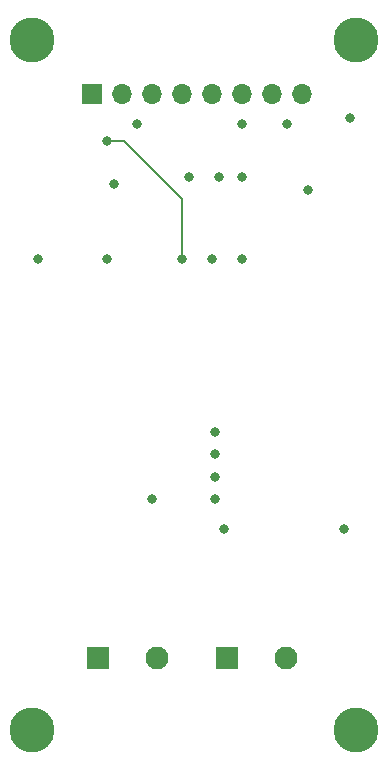
<source format=gbr>
%TF.GenerationSoftware,KiCad,Pcbnew,7.0.10-7.0.10~ubuntu22.04.1*%
%TF.CreationDate,2024-03-28T15:08:32-05:00*%
%TF.ProjectId,IIoT_Sensor,49496f54-5f53-4656-9e73-6f722e6b6963,1.0*%
%TF.SameCoordinates,Original*%
%TF.FileFunction,Copper,L4,Bot*%
%TF.FilePolarity,Positive*%
%FSLAX46Y46*%
G04 Gerber Fmt 4.6, Leading zero omitted, Abs format (unit mm)*
G04 Created by KiCad (PCBNEW 7.0.10-7.0.10~ubuntu22.04.1) date 2024-03-28 15:08:32*
%MOMM*%
%LPD*%
G01*
G04 APERTURE LIST*
%TA.AperFunction,ComponentPad*%
%ADD10C,3.800000*%
%TD*%
%TA.AperFunction,ComponentPad*%
%ADD11R,1.950000X1.950000*%
%TD*%
%TA.AperFunction,ComponentPad*%
%ADD12C,1.950000*%
%TD*%
%TA.AperFunction,ComponentPad*%
%ADD13R,1.700000X1.700000*%
%TD*%
%TA.AperFunction,ComponentPad*%
%ADD14O,1.700000X1.700000*%
%TD*%
%TA.AperFunction,ViaPad*%
%ADD15C,0.800000*%
%TD*%
%TA.AperFunction,Conductor*%
%ADD16C,0.200000*%
%TD*%
G04 APERTURE END LIST*
D10*
%TO.P,,1*%
%TO.N,N/C*%
X174752000Y-112268000D03*
%TD*%
D11*
%TO.P,J4,1,Pin_1*%
%TO.N,CHANNEL0*%
X163830000Y-106122500D03*
D12*
%TO.P,J4,2,Pin_2*%
%TO.N,HGND*%
X168830000Y-106122500D03*
%TD*%
D10*
%TO.P,,1*%
%TO.N,DGND*%
X174752000Y-53848000D03*
%TD*%
D11*
%TO.P,J5,1,Pin_1*%
%TO.N,CHANNEL1*%
X152948000Y-106122500D03*
D12*
%TO.P,J5,2,Pin_2*%
%TO.N,HGND*%
X157948000Y-106122500D03*
%TD*%
D10*
%TO.P,,1*%
%TO.N,N/C*%
X147320000Y-112268000D03*
%TD*%
%TO.P,REF\u002A\u002A,1*%
%TO.N,DGND*%
X147320000Y-53848000D03*
%TD*%
D13*
%TO.P,J1,1,Pin_1*%
%TO.N,DGND*%
X152400000Y-58420000D03*
D14*
%TO.P,J1,2,Pin_2*%
%TO.N,DIN*%
X154940000Y-58420000D03*
%TO.P,J1,3,Pin_3*%
%TO.N,~{CS_MCU}*%
X157480000Y-58420000D03*
%TO.P,J1,4,Pin_4*%
%TO.N,SCLK*%
X160020000Y-58420000D03*
%TO.P,J1,5,Pin_5*%
%TO.N,~{DRDY}*%
X162560000Y-58420000D03*
%TO.P,J1,6,Pin_6*%
%TO.N,DVDD*%
X165100000Y-58420000D03*
%TO.P,J1,7,Pin_7*%
%TO.N,DOUT*%
X167640000Y-58420000D03*
%TO.P,J1,8,Pin_8*%
%TO.N,~{SYNC}{slash}~{RESET}*%
X170180000Y-58420000D03*
%TD*%
D15*
%TO.N,DVDD*%
X165100000Y-72390000D03*
X168910000Y-60960000D03*
X163195000Y-65405000D03*
X147828000Y-72390000D03*
X160655000Y-65405000D03*
X170688000Y-66548000D03*
X156210000Y-60960000D03*
X165100000Y-60960000D03*
%TO.N,DGND*%
X154305000Y-66040000D03*
X165100000Y-65405000D03*
X162560000Y-72390000D03*
X153670000Y-72390000D03*
X174244000Y-60452000D03*
%TO.N,HGND*%
X162814000Y-92710000D03*
X162814000Y-86995000D03*
X173736000Y-95250000D03*
X162814000Y-90805000D03*
X157480000Y-92710000D03*
X163576000Y-95250000D03*
X162814000Y-88900000D03*
%TO.N,CLK*%
X153670000Y-62420363D03*
X160020000Y-72390000D03*
%TD*%
D16*
%TO.N,CLK*%
X155130363Y-62420363D02*
X160020000Y-67310000D01*
X153670000Y-62420363D02*
X155130363Y-62420363D01*
X160020000Y-67310000D02*
X160020000Y-72390000D01*
%TD*%
M02*

</source>
